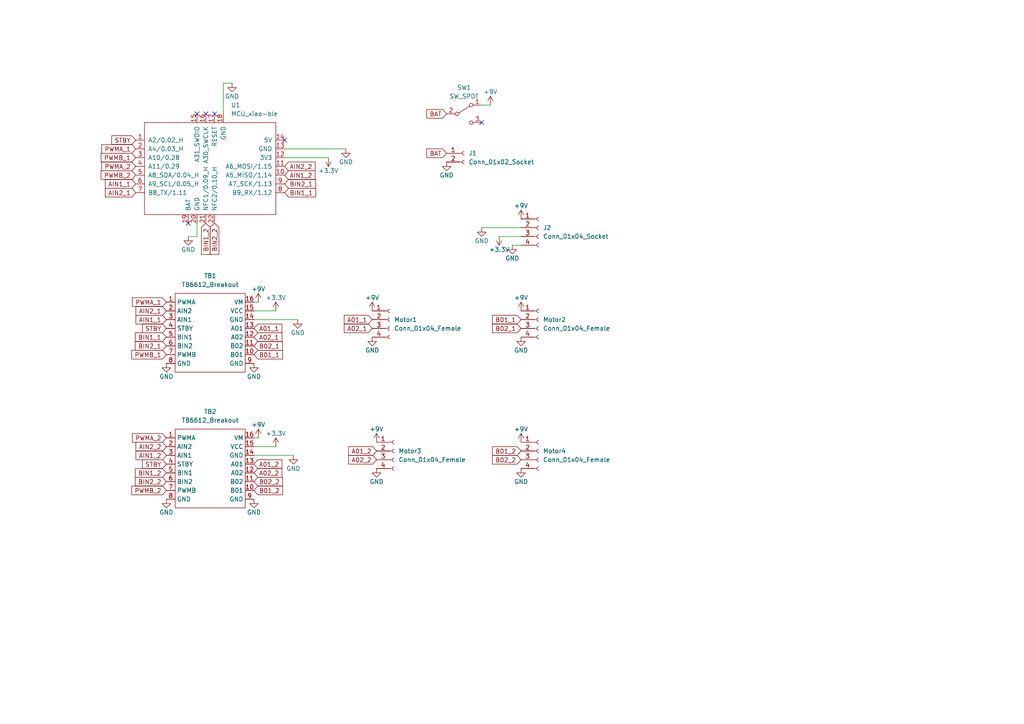
<source format=kicad_sch>
(kicad_sch (version 20230121) (generator eeschema)
  (paper "A4")
  (lib_symbols
    (symbol "Connector:Conn_01x02_Socket" (pin_names (offset 1.016) hide)
      (property "Reference" "J" (at 0 2.54 0))
      (property "Value" "Conn_01x02_Socket" (at 0 -5.08 0))
      (symbol "Conn_01x02_Socket_1_1"
        (arc (start 0 -2.032) (mid -0.5058 -2.54) (end 0 -3.048) (stroke (width 0.1524)))
        (polyline (pts (xy -1.27 -2.54) (xy -0.508 -2.54)) (stroke (width 0.1524)))
        (polyline (pts (xy -1.27 0) (xy -0.508 0)) (stroke (width 0.1524)))
        (arc (start 0 0.508) (mid -0.5058 0) (end 0 -0.508) (stroke (width 0.1524)))
        (pin passive line (at -5.08 0 0) (length 3.81) (name "Pin_1") (number "1"))
        (pin passive line (at -5.08 -2.54 0) (length 3.81) (name "Pin_2") (number "2"))
      )
    )
    (symbol "Connector:Conn_01x04_Female" (pin_names (offset 1.016) hide)
      (property "Reference" "J" (at 0 5.08 0))
      (property "Value" "Conn_01x04_Female" (at 0 -7.62 0))
      (symbol "Conn_01x04_Female_1_1"
        (arc (start 0 -4.572) (mid -0.5058 -5.08) (end 0 -5.588) (stroke (width 0.1524)))
        (arc (start 0 -2.032) (mid -0.5058 -2.54) (end 0 -3.048) (stroke (width 0.1524)))
        (polyline (pts (xy -1.27 -5.08) (xy -0.508 -5.08)) (stroke (width 0.1524)))
        (polyline (pts (xy -1.27 -2.54) (xy -0.508 -2.54)) (stroke (width 0.1524)))
        (polyline (pts (xy -1.27 0) (xy -0.508 0)) (stroke (width 0.1524)))
        (polyline (pts (xy -1.27 2.54) (xy -0.508 2.54)) (stroke (width 0.1524)))
        (arc (start 0 0.508) (mid -0.5058 0) (end 0 -0.508) (stroke (width 0.1524)))
        (arc (start 0 3.048) (mid -0.5058 2.54) (end 0 2.032) (stroke (width 0.1524)))
        (pin passive line (at -5.08 2.54 0) (length 3.81) (name "Pin_1") (number "1"))
        (pin passive line (at -5.08 0 0) (length 3.81) (name "Pin_2") (number "2"))
        (pin passive line (at -5.08 -2.54 0) (length 3.81) (name "Pin_3") (number "3"))
        (pin passive line (at -5.08 -5.08 0) (length 3.81) (name "Pin_4") (number "4"))
      )
    )
    (symbol "Connector:Conn_01x04_Socket" (pin_names (offset 1.016) hide)
      (property "Reference" "J" (at 0 5.08 0))
      (property "Value" "Conn_01x04_Socket" (at 0 -7.62 0))
      (symbol "Conn_01x04_Socket_1_1"
        (arc (start 0 -4.572) (mid -0.5058 -5.08) (end 0 -5.588) (stroke (width 0.1524)))
        (arc (start 0 -2.032) (mid -0.5058 -2.54) (end 0 -3.048) (stroke (width 0.1524)))
        (polyline (pts (xy -1.27 -5.08) (xy -0.508 -5.08)) (stroke (width 0.1524)))
        (polyline (pts (xy -1.27 -2.54) (xy -0.508 -2.54)) (stroke (width 0.1524)))
        (polyline (pts (xy -1.27 0) (xy -0.508 0)) (stroke (width 0.1524)))
        (polyline (pts (xy -1.27 2.54) (xy -0.508 2.54)) (stroke (width 0.1524)))
        (arc (start 0 0.508) (mid -0.5058 0) (end 0 -0.508) (stroke (width 0.1524)))
        (arc (start 0 3.048) (mid -0.5058 2.54) (end 0 2.032) (stroke (width 0.1524)))
        (pin passive line (at -5.08 2.54 0) (length 3.81) (name "Pin_1") (number "1"))
        (pin passive line (at -5.08 0 0) (length 3.81) (name "Pin_2") (number "2"))
        (pin passive line (at -5.08 -2.54 0) (length 3.81) (name "Pin_3") (number "3"))
        (pin passive line (at -5.08 -5.08 0) (length 3.81) (name "Pin_4") (number "4"))
      )
    )
    (symbol "Switch:SW_SPDT" (pin_names (offset 0) hide)
      (property "Reference" "SW" (at 0 4.318 0))
      (property "Value" "SW_SPDT" (at 0 -5.08 0))
      (symbol "SW_SPDT_0_0"
        (circle (center -2.032 0) (radius 0.508))
        (circle (center 2.032 -2.54) (radius 0.508))
      )
      (symbol "SW_SPDT_0_1"
        (polyline (pts (xy -1.524 0.254) (xy 1.651 2.286)))
        (circle (center 2.032 2.54) (radius 0.508))
      )
      (symbol "SW_SPDT_1_1"
        (pin passive line (at 5.08 2.54 180) (length 2.54) (name "A") (number "1"))
        (pin passive line (at -5.08 0 0) (length 2.54) (name "B") (number "2"))
        (pin passive line (at 5.08 -2.54 180) (length 2.54) (name "C") (number "3"))
      )
    )
    (symbol "lego:TB6612_Breakout"
      (property "Reference" "TB" (at 0 0 0))
      (property "Value" "TB6612_Breakout" (at 0 12.7 0))
      (symbol "TB6612_Breakout_0_1"
        (rectangle (start -10.16 11.43) (end 10.16 -11.43))
      )
      (symbol "TB6612_Breakout_1_1"
        (pin input line (at -12.7 8.89 0) (length 2.54) (name "PWMA") (number "1"))
        (pin output line (at 12.7 -6.35 180) (length 2.54) (name "B01") (number "10"))
        (pin output line (at 12.7 -3.81 180) (length 2.54) (name "B02") (number "11"))
        (pin output line (at 12.7 -1.27 180) (length 2.54) (name "A02") (number "12"))
        (pin output line (at 12.7 1.27 180) (length 2.54) (name "A01") (number "13"))
        (pin input line (at 12.7 3.81 180) (length 2.54) (name "GND") (number "14"))
        (pin power_in line (at 12.7 6.35 180) (length 2.54) (name "VCC") (number "15"))
        (pin power_in line (at 12.7 8.89 180) (length 2.54) (name "VM") (number "16"))
        (pin input line (at -12.7 6.35 0) (length 2.54) (name "AIN2") (number "2"))
        (pin input line (at -12.7 3.81 0) (length 2.54) (name "AIN1") (number "3"))
        (pin input line (at -12.7 1.27 0) (length 2.54) (name "STBY") (number "4"))
        (pin input line (at -12.7 -1.27 0) (length 2.54) (name "BIN1") (number "5"))
        (pin input line (at -12.7 -3.81 0) (length 2.54) (name "BIN2") (number "6"))
        (pin input line (at -12.7 -6.35 0) (length 2.54) (name "PWMB") (number "7"))
        (pin input line (at -12.7 -8.89 0) (length 2.54) (name "GND") (number "8"))
        (pin input line (at 12.7 -8.89 180) (length 2.54) (name "GND") (number "9"))
      )
    )
    (symbol "power:+3.3V" (power) (pin_names (offset 0))
      (property "Value" "+3.3V" (at 0 3.556 0))
      (symbol "+3.3V_0_1"
        (polyline (pts (xy -0.762 1.27) (xy 0 2.54)))
        (polyline (pts (xy 0 0) (xy 0 2.54)))
        (polyline (pts (xy 0 2.54) (xy 0.762 1.27)))
      )
      (symbol "+3.3V_1_1"
        (pin power_in line (at 0 0 90) (length 0) hide (name "+3.3V") (number "1"))
      )
    )
    (symbol "power:+9V" (power) (pin_names (offset 0))
      (property "Value" "+9V" (at 0 3.556 0))
      (symbol "+9V_0_1"
        (polyline (pts (xy -0.762 1.27) (xy 0 2.54)))
        (polyline (pts (xy 0 0) (xy 0 2.54)))
        (polyline (pts (xy 0 2.54) (xy 0.762 1.27)))
      )
      (symbol "+9V_1_1"
        (pin power_in line (at 0 0 90) (length 0) hide (name "+9V") (number "1"))
      )
    )
    (symbol "power:GND" (power) (pin_names (offset 0))
      (property "Value" "GND" (at 0 -3.81 0))
      (symbol "GND_0_1"
        (polyline (pts (xy 0 0) (xy 0 -1.27) (xy 1.27 -1.27) (xy 0 -2.54) (xy -1.27 -1.27) (xy 0 -1.27)))
      )
      (symbol "GND_1_1"
        (pin power_in line (at 0 0 270) (length 0) hide (name "GND") (number "1"))
      )
    )
    (symbol "zzkeeb:MCU_xiao-ble" (pin_names (offset 1.016))
      (property "Reference" "U" (at -17.78 16.51 0))
      (property "Value" "MCU_xiao-ble" (at -15.24 13.97 0))
      (symbol "MCU_xiao-ble_0_1"
        (rectangle (start -19.05 12.7) (end 19.05 -13.97))
      )
      (symbol "MCU_xiao-ble_1_1"
        (pin bidirectional line (at -21.59 7.62 0) (length 2.54) (name "A2/0.02_H") (number "1"))
        (pin bidirectional line (at 21.59 -2.54 180) (length 2.54) (name "A5_MISO/1.14") (number "10"))
        (pin bidirectional line (at 21.59 0 180) (length 2.54) (name "A6_MOSI/1.15") (number "11"))
        (pin power_out line (at 21.59 2.54 180) (length 2.54) (name "3V3") (number "12"))
        (pin power_out line (at 21.59 5.08 180) (length 2.54) (name "GND") (number "13"))
        (pin power_out line (at 21.59 7.62 180) (length 2.54) (name "5V") (number "14"))
        (pin input line (at -3.81 15.24 270) (length 2.54) (name "A31_SWDIO") (number "15"))
        (pin input line (at -1.27 15.24 270) (length 2.54) (name "A30_SWCLK") (number "16"))
        (pin input line (at 1.27 15.24 270) (length 2.54) (name "RESET") (number "17"))
        (pin power_out line (at 3.81 15.24 270) (length 2.54) (name "GND") (number "18"))
        (pin bidirectional line (at -6.35 -16.51 90) (length 2.54) (name "BAT") (number "19"))
        (pin bidirectional line (at -21.59 5.08 0) (length 2.54) (name "A4/0.03_H") (number "2"))
        (pin power_out line (at -3.81 -16.51 90) (length 2.54) (name "GND") (number "20"))
        (pin bidirectional line (at -1.27 -16.51 90) (length 2.54) (name "NFC1/0.09_H") (number "21"))
        (pin bidirectional line (at 1.27 -16.51 90) (length 2.54) (name "NFC2/0.10_H") (number "22"))
        (pin bidirectional line (at -21.59 2.54 0) (length 2.54) (name "A10/0.28") (number "3"))
        (pin bidirectional line (at -21.59 0 0) (length 2.54) (name "A11/0.29") (number "4"))
        (pin bidirectional line (at -21.59 -2.54 0) (length 2.54) (name "A8_SDA/0.04_H") (number "5"))
        (pin bidirectional line (at -21.59 -5.08 0) (length 2.54) (name "A9_SCL/0.05_H") (number "6"))
        (pin bidirectional line (at -21.59 -7.62 0) (length 2.54) (name "B8_TX/1.11") (number "7"))
        (pin bidirectional line (at 21.59 -7.62 180) (length 2.54) (name "B9_RX/1.12") (number "8"))
        (pin bidirectional line (at 21.59 -5.08 180) (length 2.54) (name "A7_SCK/1.13") (number "9"))
      )
    )
  )
  (no_connect (at 57.15 33.02))
  (no_connect (at 59.69 33.02))
  (no_connect (at 82.55 40.64))
  (no_connect (at 54.61 64.77))
  (no_connect (at 139.7 35.56))
  (no_connect (at 62.23 33.02))
  (wire (pts (xy 73.66 92.71) (xy 86.36 92.71)))
  (wire (pts (xy 142.24 30.48) (xy 139.7 30.48)))
  (wire (pts (xy 64.77 24.13) (xy 67.31 24.13)))
  (wire (pts (xy 148.59 71.12) (xy 151.13 71.12)))
  (wire (pts (xy 73.66 127) (xy 74.93 127)))
  (wire (pts (xy 82.55 45.72) (xy 95.25 45.72)))
  (wire (pts (xy 73.66 132.08) (xy 85.09 132.08)))
  (wire (pts (xy 139.7 66.04) (xy 151.13 66.04)))
  (wire (pts (xy 54.61 68.58) (xy 57.15 68.58)))
  (wire (pts (xy 82.55 43.18) (xy 100.33 43.18)))
  (wire (pts (xy 64.77 33.02) (xy 64.77 24.13)))
  (wire (pts (xy 57.15 68.58) (xy 57.15 64.77)))
  (wire (pts (xy 73.66 87.63) (xy 74.93 87.63)))
  (wire (pts (xy 73.66 90.17) (xy 80.01 90.17)))
  (wire (pts (xy 144.78 68.58) (xy 151.13 68.58)))
  (wire (pts (xy 73.66 129.54) (xy 80.01 129.54)))
  (global_label "STBY" (shape input) (at 48.26 134.62 180) (property "Intersheetrefs" "${INTERSHEET_REFS}" (effects hide)))
  (global_label "B01_2" (shape input) (at 151.13 130.81 180) (property "Intersheetrefs" "${INTERSHEET_REFS}" (effects hide)))
  (global_label "BAT" (shape input) (at 129.54 44.45 180) (property "Intersheetrefs" "${INTERSHEET_REFS}" (effects hide)))
  (global_label "B02_1" (shape input) (at 73.66 100.33 0) (property "Intersheetrefs" "${INTERSHEET_REFS}" (effects hide)))
  (global_label "BIN1_1" (shape input) (at 82.55 55.88 0) (property "Intersheetrefs" "${INTERSHEET_REFS}" (effects hide)))
  (global_label "B01_1" (shape input) (at 151.13 92.71 180) (property "Intersheetrefs" "${INTERSHEET_REFS}" (effects hide)))
  (global_label "B02_1" (shape input) (at 151.13 95.25 180) (property "Intersheetrefs" "${INTERSHEET_REFS}" (effects hide)))
  (global_label "PWMB_1" (shape input) (at 39.37 45.72 180) (property "Intersheetrefs" "${INTERSHEET_REFS}" (effects hide)))
  (global_label "AIN2_1" (shape input) (at 39.37 55.88 180) (property "Intersheetrefs" "${INTERSHEET_REFS}" (effects hide)))
  (global_label "PWMA_2" (shape input) (at 48.26 127 180) (property "Intersheetrefs" "${INTERSHEET_REFS}" (effects hide)))
  (global_label "A02_1" (shape input) (at 107.95 95.25 180) (property "Intersheetrefs" "${INTERSHEET_REFS}" (effects hide)))
  (global_label "B02_2" (shape input) (at 73.66 139.7 0) (property "Intersheetrefs" "${INTERSHEET_REFS}" (effects hide)))
  (global_label "AIN2_1" (shape input) (at 48.26 90.17 180) (property "Intersheetrefs" "${INTERSHEET_REFS}" (effects hide)))
  (global_label "B01_2" (shape input) (at 73.66 142.24 0) (property "Intersheetrefs" "${INTERSHEET_REFS}" (effects hide)))
  (global_label "AIN2_2" (shape input) (at 48.26 129.54 180) (property "Intersheetrefs" "${INTERSHEET_REFS}" (effects hide)))
  (global_label "A02_2" (shape input) (at 73.66 137.16 0) (property "Intersheetrefs" "${INTERSHEET_REFS}" (effects hide)))
  (global_label "A01_1" (shape input) (at 73.66 95.25 0) (property "Intersheetrefs" "${INTERSHEET_REFS}" (effects hide)))
  (global_label "BIN1_1" (shape input) (at 48.26 97.79 180) (property "Intersheetrefs" "${INTERSHEET_REFS}" (effects hide)))
  (global_label "B02_2" (shape input) (at 151.13 133.35 180) (property "Intersheetrefs" "${INTERSHEET_REFS}" (effects hide)))
  (global_label "PWMB_2" (shape input) (at 39.37 50.8 180) (property "Intersheetrefs" "${INTERSHEET_REFS}" (effects hide)))
  (global_label "STBY" (shape input) (at 48.26 95.25 180) (property "Intersheetrefs" "${INTERSHEET_REFS}" (effects hide)))
  (global_label "A01_2" (shape input) (at 73.66 134.62 0) (property "Intersheetrefs" "${INTERSHEET_REFS}" (effects hide)))
  (global_label "PWMA_1" (shape input) (at 39.37 43.18 180) (property "Intersheetrefs" "${INTERSHEET_REFS}" (effects hide)))
  (global_label "BIN2_1" (shape input) (at 82.55 53.34 0) (property "Intersheetrefs" "${INTERSHEET_REFS}" (effects hide)))
  (global_label "STBY" (shape input) (at 39.37 40.64 180) (property "Intersheetrefs" "${INTERSHEET_REFS}" (effects hide)))
  (global_label "BIN1_2" (shape input) (at 48.26 137.16 180) (property "Intersheetrefs" "${INTERSHEET_REFS}" (effects hide)))
  (global_label "BAT" (shape input) (at 129.54 33.02 180) (property "Intersheetrefs" "${INTERSHEET_REFS}" (effects hide)))
  (global_label "AIN1_1" (shape input) (at 39.37 53.34 180) (property "Intersheetrefs" "${INTERSHEET_REFS}" (effects hide)))
  (global_label "PWMB_2" (shape input) (at 48.26 142.24 180) (property "Intersheetrefs" "${INTERSHEET_REFS}" (effects hide)))
  (global_label "BIN2_2" (shape input) (at 62.23 64.77 270) (property "Intersheetrefs" "${INTERSHEET_REFS}" (effects hide)))
  (global_label "A02_2" (shape input) (at 109.22 133.35 180) (property "Intersheetrefs" "${INTERSHEET_REFS}" (effects hide)))
  (global_label "PWMA_1" (shape input) (at 48.26 87.63 180) (property "Intersheetrefs" "${INTERSHEET_REFS}" (effects hide)))
  (global_label "A01_2" (shape input) (at 109.22 130.81 180) (property "Intersheetrefs" "${INTERSHEET_REFS}" (effects hide)))
  (global_label "A01_1" (shape input) (at 107.95 92.71 180) (property "Intersheetrefs" "${INTERSHEET_REFS}" (effects hide)))
  (global_label "AIN2_2" (shape input) (at 82.55 48.26 0) (property "Intersheetrefs" "${INTERSHEET_REFS}" (effects hide)))
  (global_label "AIN1_1" (shape input) (at 48.26 92.71 180) (property "Intersheetrefs" "${INTERSHEET_REFS}" (effects hide)))
  (global_label "BIN2_2" (shape input) (at 48.26 139.7 180) (property "Intersheetrefs" "${INTERSHEET_REFS}" (effects hide)))
  (global_label "BIN1_2" (shape input) (at 59.69 64.77 270) (property "Intersheetrefs" "${INTERSHEET_REFS}" (effects hide)))
  (global_label "A02_1" (shape input) (at 73.66 97.79 0) (property "Intersheetrefs" "${INTERSHEET_REFS}" (effects hide)))
  (global_label "BIN2_1" (shape input) (at 48.26 100.33 180) (property "Intersheetrefs" "${INTERSHEET_REFS}" (effects hide)))
  (global_label "AIN1_2" (shape input) (at 48.26 132.08 180) (property "Intersheetrefs" "${INTERSHEET_REFS}" (effects hide)))
  (global_label "PWMA_2" (shape input) (at 39.37 48.26 180) (property "Intersheetrefs" "${INTERSHEET_REFS}" (effects hide)))
  (global_label "PWMB_1" (shape input) (at 48.26 102.87 180) (property "Intersheetrefs" "${INTERSHEET_REFS}" (effects hide)))
  (global_label "AIN1_2" (shape input) (at 82.55 50.8 0) (property "Intersheetrefs" "${INTERSHEET_REFS}" (effects hide)))
  (global_label "B01_1" (shape input) (at 73.66 102.87 0) (property "Intersheetrefs" "${INTERSHEET_REFS}" (effects hide)))
  (symbol (lib_id "power:GND") (at 73.66 144.78 0) (unit 1)
    (property "Reference" "#PWR021" (effects hide))
    (property "Value" "GND" (at 73.66 148.59 0))
  )
  (symbol (lib_id "power:+9V") (at 151.13 90.17 0) (unit 1)
    (property "Reference" "#PWR013" (effects hide))
    (property "Value" "+9V" (at 151.13 86.36 0))
  )
  (symbol (lib_id "power:GND") (at 129.54 46.99 0) (unit 1)
    (property "Reference" "#PWR05" (effects hide))
    (property "Value" "GND" (at 129.54 50.8 0))
  )
  (symbol (lib_id "power:GND") (at 54.61 68.58 0) (unit 1)
    (property "Reference" "#PWR07" (effects hide))
    (property "Value" "GND" (at 54.61 72.39 0))
  )
  (symbol (lib_id "power:+9V") (at 109.22 128.27 0) (unit 1)
    (property "Reference" "#PWR022" (effects hide))
    (property "Value" "+9V" (at 109.22 124.46 0))
  )
  (symbol (lib_id "power:GND") (at 48.26 144.78 0) (unit 1)
    (property "Reference" "#PWR020" (effects hide))
    (property "Value" "GND" (at 48.26 148.59 0))
  )
  (symbol (lib_id "power:GND") (at 73.66 105.41 0) (unit 1)
    (property "Reference" "#PWR016" (effects hide))
    (property "Value" "GND" (at 73.66 109.22 0))
  )
  (symbol (lib_id "lego:TB6612_Breakout") (at 60.96 135.89 0) (unit 1)
    (property "Reference" "TB2" (at 60.96 119.38 0))
    (property "Value" "TB6612_Breakout" (at 60.96 121.92 0))
    (property "Footprint" "lego:TB6612-breakout" (effects hide))
  )
  (symbol (lib_id "power:GND") (at 107.95 97.79 0) (unit 1)
    (property "Reference" "#PWR09" (effects hide))
    (property "Value" "GND" (at 107.95 101.6 0))
  )
  (symbol (lib_id "power:GND") (at 100.33 43.18 0) (unit 1)
    (property "Reference" "#PWR03" (effects hide))
    (property "Value" "GND" (at 100.33 46.99 0))
  )
  (symbol (lib_id "power:+9V") (at 74.93 127 0) (unit 1)
    (property "Reference" "#PWR017" (effects hide))
    (property "Value" "+9V" (at 74.93 123.19 0))
  )
  (symbol (lib_id "Connector:Conn_01x04_Female") (at 156.21 130.81 0) (unit 1)
    (property "Reference" "Motor4" (at 157.48 130.8099 0) (effects (justify left)))
    (property "Value" "Conn_01x04_Female" (at 157.48 133.3499 0) (effects (justify left)))
    (property "Footprint" "Connector_JST:JST_XH_S4B-XH-A_1x04_P2.50mm_Horizontal" (effects hide))
  )
  (symbol (lib_id "power:+3.3V") (at 144.78 68.58 180) (unit 1)
    (property "Reference" "#PWR029" (effects hide))
    (property "Value" "+3.3V" (at 144.78 72.39 0))
  )
  (symbol (lib_id "Switch:SW_SPDT") (at 134.62 33.02 0) (unit 1)
    (property "Reference" "SW1" (at 134.62 25.4 0))
    (property "Value" "SW_SPDT" (at 134.62 27.94 0))
    (property "Footprint" "Connector_PinHeader_2.54mm:PinHeader_1x03_P2.54mm_Vertical" (effects hide))
  )
  (symbol (lib_id "Connector:Conn_01x04_Female") (at 113.03 92.71 0) (unit 1)
    (property "Reference" "Motor1" (at 114.3 92.7099 0) (effects (justify left)))
    (property "Value" "Conn_01x04_Female" (at 114.3 95.2499 0) (effects (justify left)))
    (property "Footprint" "Connector_JST:JST_XH_S4B-XH-A_1x04_P2.50mm_Horizontal" (effects hide))
  )
  (symbol (lib_id "power:GND") (at 67.31 24.13 0) (unit 1)
    (property "Reference" "#PWR01" (effects hide))
    (property "Value" "GND" (at 67.31 27.94 0))
  )
  (symbol (lib_id "power:GND") (at 109.22 135.89 0) (unit 1)
    (property "Reference" "#PWR023" (effects hide))
    (property "Value" "GND" (at 109.22 139.7 0))
  )
  (symbol (lib_id "power:+9V") (at 142.24 30.48 0) (unit 1)
    (property "Reference" "#PWR06" (effects hide))
    (property "Value" "+9V" (at 142.24 26.67 0))
  )
  (symbol (lib_id "power:GND") (at 86.36 92.71 0) (unit 1)
    (property "Reference" "#PWR012" (effects hide))
    (property "Value" "GND" (at 86.36 96.52 0))
  )
  (symbol (lib_id "Connector:Conn_01x04_Female") (at 156.21 92.71 0) (unit 1)
    (property "Reference" "Motor2" (at 157.48 92.7099 0) (effects (justify left)))
    (property "Value" "Conn_01x04_Female" (at 157.48 95.2499 0) (effects (justify left)))
    (property "Footprint" "Connector_JST:JST_XH_S4B-XH-A_1x04_P2.50mm_Horizontal" (effects hide))
  )
  (symbol (lib_id "Connector:Conn_01x04_Female") (at 114.3 130.81 0) (unit 1)
    (property "Reference" "Motor3" (at 115.57 130.8099 0) (effects (justify left)))
    (property "Value" "Conn_01x04_Female" (at 115.57 133.3499 0) (effects (justify left)))
    (property "Footprint" "Connector_JST:JST_XH_S4B-XH-A_1x04_P2.50mm_Horizontal" (effects hide))
  )
  (symbol (lib_id "Connector:Conn_01x02_Socket") (at 134.62 44.45 0) (unit 1)
    (property "Reference" "J1" (at 135.89 44.45 0) (effects (justify left)))
    (property "Value" "Conn_01x02_Socket" (at 135.89 46.99 0) (effects (justify left)))
    (property "Footprint" "Connector_PinHeader_2.54mm:PinHeader_1x02_P2.54mm_Vertical" (effects hide))
  )
  (symbol (lib_id "Connector:Conn_01x04_Socket") (at 156.21 66.04 0) (unit 1)
    (property "Reference" "J2" (at 157.48 66.04 0) (effects (justify left)))
    (property "Value" "Conn_01x04_Socket" (at 157.48 68.58 0) (effects (justify left)))
    (property "Footprint" "lego:voltage-converter" (effects hide))
  )
  (symbol (lib_id "power:+9V") (at 107.95 90.17 0) (unit 1)
    (property "Reference" "#PWR08" (effects hide))
    (property "Value" "+9V" (at 107.95 86.36 0))
  )
  (symbol (lib_id "power:+3.3V") (at 80.01 90.17 0) (unit 1)
    (property "Reference" "#PWR011" (effects hide))
    (property "Value" "+3.3V" (at 80.01 86.36 0))
  )
  (symbol (lib_id "power:GND") (at 139.7 66.04 0) (unit 1)
    (property "Reference" "#PWR027" (effects hide))
    (property "Value" "GND" (at 139.7 69.85 0))
  )
  (symbol (lib_id "power:GND") (at 151.13 97.79 0) (unit 1)
    (property "Reference" "#PWR014" (effects hide))
    (property "Value" "GND" (at 151.13 101.6 0))
  )
  (symbol (lib_id "power:+3.3V") (at 80.01 129.54 0) (unit 1)
    (property "Reference" "#PWR018" (effects hide))
    (property "Value" "+3.3V" (at 80.01 125.73 0))
  )
  (symbol (lib_id "power:GND") (at 48.26 105.41 0) (unit 1)
    (property "Reference" "#PWR015" (effects hide))
    (property "Value" "GND" (at 48.26 109.22 0))
  )
  (symbol (lib_id "lego:TB6612_Breakout") (at 60.96 96.52 0) (unit 1)
    (property "Reference" "TB1" (at 60.96 80.01 0))
    (property "Value" "TB6612_Breakout" (at 60.96 82.55 0))
    (property "Footprint" "lego:TB6612-breakout" (effects hide))
  )
  (symbol (lib_id "power:+9V") (at 151.13 63.5 0) (unit 1)
    (property "Reference" "#PWR028" (effects hide))
    (property "Value" "+9V" (at 151.13 59.69 0))
  )
  (symbol (lib_id "power:+9V") (at 74.93 87.63 0) (unit 1)
    (property "Reference" "#PWR010" (effects hide))
    (property "Value" "+9V" (at 74.93 83.82 0))
  )
  (symbol (lib_id "power:+3.3V") (at 95.25 45.72 180) (unit 1)
    (property "Reference" "#PWR04" (effects hide))
    (property "Value" "+3.3V" (at 95.25 49.53 0))
  )
  (symbol (lib_id "power:GND") (at 148.59 71.12 0) (unit 1)
    (property "Reference" "#PWR026" (effects hide))
    (property "Value" "GND" (at 148.59 74.93 0))
  )
  (symbol (lib_id "power:GND") (at 85.09 132.08 0) (unit 1)
    (property "Reference" "#PWR019" (effects hide))
    (property "Value" "GND" (at 85.09 135.89 0))
  )
  (symbol (lib_id "power:+9V") (at 151.13 128.27 0) (unit 1)
    (property "Reference" "#PWR024" (effects hide))
    (property "Value" "+9V" (at 151.13 124.46 0))
  )
  (symbol (lib_id "power:GND") (at 151.13 135.89 0) (unit 1)
    (property "Reference" "#PWR025" (effects hide))
    (property "Value" "GND" (at 151.13 139.7 0))
  )
  (symbol (lib_id "zzkeeb:MCU_xiao-ble") (at 60.96 48.26 0) (unit 1)
    (property "Reference" "U1" (at 66.9641 30.48 0) (effects (justify left)))
    (property "Value" "MCU_xiao-ble" (at 66.9641 33.02 0) (effects (justify left)))
    (property "Footprint" "zzkeeb:MCU_xiao-ble-smd" (effects hide))
  )
)
</source>
